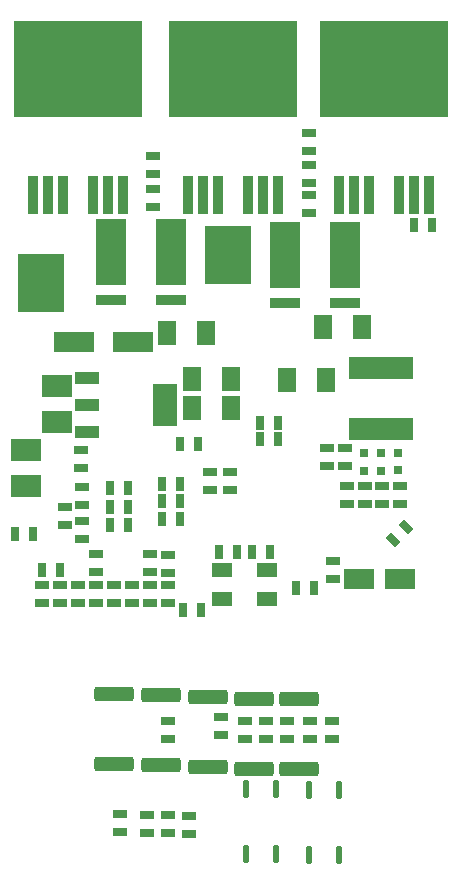
<source format=gbp>
%TF.GenerationSoftware,KiCad,Pcbnew,9.0.1*%
%TF.CreationDate,2025-05-08T23:40:52+03:00*%
%TF.ProjectId,BLDC_4,424c4443-5f34-42e6-9b69-6361645f7063,A*%
%TF.SameCoordinates,Original*%
%TF.FileFunction,Paste,Bot*%
%TF.FilePolarity,Positive*%
%FSLAX46Y46*%
G04 Gerber Fmt 4.6, Leading zero omitted, Abs format (unit mm)*
G04 Created by KiCad (PCBNEW 9.0.1) date 2025-05-08 23:40:52*
%MOMM*%
%LPD*%
G01*
G04 APERTURE LIST*
G04 Aperture macros list*
%AMRoundRect*
0 Rectangle with rounded corners*
0 $1 Rounding radius*
0 $2 $3 $4 $5 $6 $7 $8 $9 X,Y pos of 4 corners*
0 Add a 4 corners polygon primitive as box body*
4,1,4,$2,$3,$4,$5,$6,$7,$8,$9,$2,$3,0*
0 Add four circle primitives for the rounded corners*
1,1,$1+$1,$2,$3*
1,1,$1+$1,$4,$5*
1,1,$1+$1,$6,$7*
1,1,$1+$1,$8,$9*
0 Add four rect primitives between the rounded corners*
20,1,$1+$1,$2,$3,$4,$5,0*
20,1,$1+$1,$4,$5,$6,$7,0*
20,1,$1+$1,$6,$7,$8,$9,0*
20,1,$1+$1,$8,$9,$2,$3,0*%
%AMRotRect*
0 Rectangle, with rotation*
0 The origin of the aperture is its center*
0 $1 length*
0 $2 width*
0 $3 Rotation angle, in degrees counterclockwise*
0 Add horizontal line*
21,1,$1,$2,0,0,$3*%
G04 Aperture macros list end*
%ADD10R,2.499360X1.950720*%
%ADD11R,5.499100X1.849120*%
%ADD12R,0.797560X0.797560*%
%ADD13R,4.000000X5.000000*%
%ADD14R,2.540000X5.588000*%
%ADD15R,2.540000X0.889000*%
%ADD16R,1.800860X1.198880*%
%ADD17R,2.540000X1.699260*%
%ADD18R,10.800080X8.150860*%
%ADD19R,0.899160X3.200400*%
%ADD20R,1.143000X0.635000*%
%ADD21RotRect,0.635000X1.143000X225.000000*%
%ADD22R,1.524000X2.032000*%
%ADD23R,0.635000X1.143000*%
%ADD24R,2.032000X1.016000*%
%ADD25R,2.032000X3.657600*%
%ADD26R,3.500120X1.800860*%
%ADD27RoundRect,0.250000X1.425000X-0.362500X1.425000X0.362500X-1.425000X0.362500X-1.425000X-0.362500X0*%
%ADD28RoundRect,0.137500X-0.137500X0.587500X-0.137500X-0.587500X0.137500X-0.587500X0.137500X0.587500X0*%
G04 APERTURE END LIST*
D10*
%TO.C,C39*%
X80391000Y-125222000D03*
X80391000Y-122174000D03*
%TD*%
%TO.C,C41*%
X83000000Y-116776000D03*
X83000000Y-119824000D03*
%TD*%
D11*
%TO.C,C44*%
X110490000Y-120431560D03*
X110490000Y-115280440D03*
%TD*%
D12*
%TO.C,D2*%
X111887000Y-123939300D03*
X111887000Y-122440700D03*
%TD*%
%TO.C,D1*%
X110450000Y-123949300D03*
X110450000Y-122450700D03*
%TD*%
%TO.C,D3*%
X109050000Y-123949300D03*
X109050000Y-122450700D03*
%TD*%
D13*
%TO.C,P4*%
X81661000Y-108077000D03*
%TD*%
%TO.C,P5*%
X97536000Y-105664000D03*
%TD*%
D14*
%TO.C,R11*%
X102362000Y-105664000D03*
X107442000Y-105664000D03*
D15*
X102362000Y-109791500D03*
X107442000Y-109791500D03*
%TD*%
D16*
%TO.C,X2*%
X97033080Y-132354320D03*
X100832920Y-134853680D03*
X97033080Y-134853680D03*
X100832920Y-132354320D03*
%TD*%
D14*
%TO.C,R10*%
X87630000Y-105410000D03*
X92710000Y-105410000D03*
D15*
X87630000Y-109537500D03*
X92710000Y-109537500D03*
%TD*%
D17*
%TO.C,D5*%
X112092740Y-133096000D03*
X108633260Y-133096000D03*
%TD*%
D18*
%TO.C,Q6*%
X84836000Y-89984580D03*
D19*
X88646000Y-100586540D03*
X87376000Y-100586540D03*
X86106000Y-100586540D03*
X83566000Y-100586540D03*
X82296000Y-100586540D03*
X81026000Y-100586540D03*
%TD*%
D18*
%TO.C,Q2*%
X110744000Y-89984580D03*
D19*
X114554000Y-100586540D03*
X113284000Y-100586540D03*
X112014000Y-100586540D03*
X109474000Y-100586540D03*
X108204000Y-100586540D03*
X106934000Y-100586540D03*
%TD*%
D18*
%TO.C,Q4*%
X97917000Y-89984580D03*
D19*
X101727000Y-100586540D03*
X100457000Y-100586540D03*
X99187000Y-100586540D03*
X96647000Y-100586540D03*
X95377000Y-100586540D03*
X94107000Y-100586540D03*
%TD*%
D20*
%TO.C,C1*%
X83693000Y-127000000D03*
X83693000Y-128524000D03*
%TD*%
D21*
%TO.C,C2*%
X112552815Y-128747185D03*
X111475185Y-129824815D03*
%TD*%
D20*
%TO.C,C4*%
X81788000Y-133604000D03*
X81788000Y-135128000D03*
%TD*%
%TO.C,C5*%
X92456000Y-132588000D03*
X92456000Y-131064000D03*
%TD*%
%TO.C,C6*%
X90900000Y-132562000D03*
X90900000Y-131038000D03*
%TD*%
%TO.C,C7*%
X86350000Y-132562000D03*
X86350000Y-131038000D03*
%TD*%
D22*
%TO.C,C42*%
X102549000Y-116300000D03*
X105851000Y-116300000D03*
%TD*%
D20*
%TO.C,C20*%
X96012000Y-124079000D03*
X96012000Y-125603000D03*
%TD*%
D23*
%TO.C,C9*%
X96774000Y-130810000D03*
X98298000Y-130810000D03*
%TD*%
D20*
%TO.C,C10*%
X107600000Y-126762000D03*
X107600000Y-125238000D03*
%TD*%
%TO.C,C11*%
X97663000Y-125603000D03*
X97663000Y-124079000D03*
%TD*%
D23*
%TO.C,C22*%
X100203000Y-121285000D03*
X101727000Y-121285000D03*
%TD*%
D20*
%TO.C,C25*%
X105918000Y-123571000D03*
X105918000Y-122047000D03*
%TD*%
%TO.C,C38*%
X85090000Y-123698000D03*
X85090000Y-122174000D03*
%TD*%
D23*
%TO.C,C12*%
X103251000Y-133858000D03*
X104775000Y-133858000D03*
%TD*%
%TO.C,C13*%
X95250000Y-135763000D03*
X93726000Y-135763000D03*
%TD*%
%TO.C,C15*%
X101092000Y-130810000D03*
X99568000Y-130810000D03*
%TD*%
D22*
%TO.C,C43*%
X105537000Y-111760000D03*
X108839000Y-111760000D03*
%TD*%
%TO.C,C29*%
X92329000Y-112268000D03*
X95631000Y-112268000D03*
%TD*%
%TO.C,C30*%
X94488000Y-116205000D03*
X97790000Y-116205000D03*
%TD*%
%TO.C,C31*%
X94488000Y-118618000D03*
X97790000Y-118618000D03*
%TD*%
D20*
%TO.C,C24*%
X107442000Y-123571000D03*
X107442000Y-122047000D03*
%TD*%
%TO.C,R1*%
X85200000Y-125338000D03*
X85200000Y-126862000D03*
%TD*%
%TO.C,R2*%
X85200000Y-129762000D03*
X85200000Y-128238000D03*
%TD*%
%TO.C,R9*%
X106426000Y-131572000D03*
X106426000Y-133096000D03*
%TD*%
D23*
%TO.C,R3*%
X81012000Y-129300000D03*
X79488000Y-129300000D03*
%TD*%
D20*
%TO.C,R14*%
X83312000Y-135128000D03*
X83312000Y-133604000D03*
%TD*%
%TO.C,R20*%
X86360000Y-135128000D03*
X86360000Y-133604000D03*
%TD*%
%TO.C,R19*%
X89408000Y-135128000D03*
X89408000Y-133604000D03*
%TD*%
%TO.C,R18*%
X92456000Y-135128000D03*
X92456000Y-133604000D03*
%TD*%
%TO.C,R15*%
X90932000Y-135128000D03*
X90932000Y-133604000D03*
%TD*%
%TO.C,R16*%
X87884000Y-135128000D03*
X87884000Y-133604000D03*
%TD*%
%TO.C,R17*%
X84836000Y-135128000D03*
X84836000Y-133604000D03*
%TD*%
D23*
%TO.C,R27*%
X93472000Y-121666000D03*
X94996000Y-121666000D03*
%TD*%
D20*
%TO.C,R8*%
X109100000Y-125238000D03*
X109100000Y-126762000D03*
%TD*%
D23*
%TO.C,R33*%
X87503000Y-128524000D03*
X89027000Y-128524000D03*
%TD*%
%TO.C,R34*%
X93462000Y-128050000D03*
X91938000Y-128050000D03*
%TD*%
%TO.C,R35*%
X87503000Y-127000000D03*
X89027000Y-127000000D03*
%TD*%
%TO.C,R36*%
X93462000Y-126550000D03*
X91938000Y-126550000D03*
%TD*%
%TO.C,R40*%
X114808000Y-103124000D03*
X113284000Y-103124000D03*
%TD*%
D20*
%TO.C,R41*%
X104394000Y-96901000D03*
X104394000Y-95377000D03*
%TD*%
D23*
%TO.C,R37*%
X87488000Y-125450000D03*
X89012000Y-125450000D03*
%TD*%
%TO.C,R38*%
X93462000Y-125050000D03*
X91938000Y-125050000D03*
%TD*%
D20*
%TO.C,R43*%
X104394000Y-100584000D03*
X104394000Y-102108000D03*
%TD*%
%TO.C,R44*%
X104394000Y-98044000D03*
X104394000Y-99568000D03*
%TD*%
%TO.C,R7*%
X112100000Y-125238000D03*
X112100000Y-126762000D03*
%TD*%
%TO.C,R6*%
X110600000Y-125238000D03*
X110600000Y-126762000D03*
%TD*%
%TO.C,R46*%
X91186000Y-100076000D03*
X91186000Y-101600000D03*
%TD*%
%TO.C,R47*%
X91186000Y-97282000D03*
X91186000Y-98806000D03*
%TD*%
D23*
%TO.C,R13*%
X83312000Y-132334000D03*
X81788000Y-132334000D03*
%TD*%
D24*
%TO.C,U4*%
X85598000Y-120650000D03*
X85598000Y-118364000D03*
D25*
X92202000Y-118364000D03*
D24*
X85598000Y-116078000D03*
%TD*%
D26*
%TO.C,D4*%
X84495640Y-113030000D03*
X89494360Y-113030000D03*
%TD*%
D23*
%TO.C,C21*%
X100203000Y-119888000D03*
X101727000Y-119888000D03*
%TD*%
D20*
%TO.C,R65*%
X106301900Y-145127900D03*
X106301900Y-146651900D03*
%TD*%
%TO.C,R64*%
X104421900Y-145177900D03*
X104421900Y-146701900D03*
%TD*%
D27*
%TO.C,R68*%
X91851900Y-148852900D03*
X91851900Y-142927900D03*
%TD*%
D20*
%TO.C,R62*%
X100701900Y-145127900D03*
X100701900Y-146651900D03*
%TD*%
%TO.C,R61*%
X98951900Y-145127900D03*
X98951900Y-146651900D03*
%TD*%
%TO.C,R63*%
X102501900Y-145177900D03*
X102501900Y-146701900D03*
%TD*%
D27*
%TO.C,R69*%
X95801900Y-149052900D03*
X95801900Y-143127900D03*
%TD*%
%TO.C,R70*%
X99701900Y-149202900D03*
X99701900Y-143277900D03*
%TD*%
D20*
%TO.C,R56*%
X88351900Y-153027900D03*
X88351900Y-154551900D03*
%TD*%
%TO.C,R57*%
X96901900Y-146351900D03*
X96901900Y-144827900D03*
%TD*%
%TO.C,R60*%
X92401900Y-153127900D03*
X92401900Y-154651900D03*
%TD*%
%TO.C,R59*%
X94251900Y-153165900D03*
X94251900Y-154689900D03*
%TD*%
D28*
%TO.C,U12*%
X104361900Y-151027900D03*
X106901900Y-151027900D03*
X106901900Y-156527900D03*
X104361900Y-156527900D03*
%TD*%
D20*
%TO.C,R58*%
X90651900Y-153115900D03*
X90651900Y-154639900D03*
%TD*%
D27*
%TO.C,R67*%
X87901900Y-148802900D03*
X87901900Y-142877900D03*
%TD*%
D20*
%TO.C,R55*%
X92401900Y-145177900D03*
X92401900Y-146701900D03*
%TD*%
D27*
%TO.C,R71*%
X103501900Y-149202900D03*
X103501900Y-143277900D03*
%TD*%
D28*
%TO.C,U11*%
X99011900Y-150927900D03*
X101551900Y-150927900D03*
X101551900Y-156427900D03*
X99011900Y-156427900D03*
%TD*%
M02*

</source>
